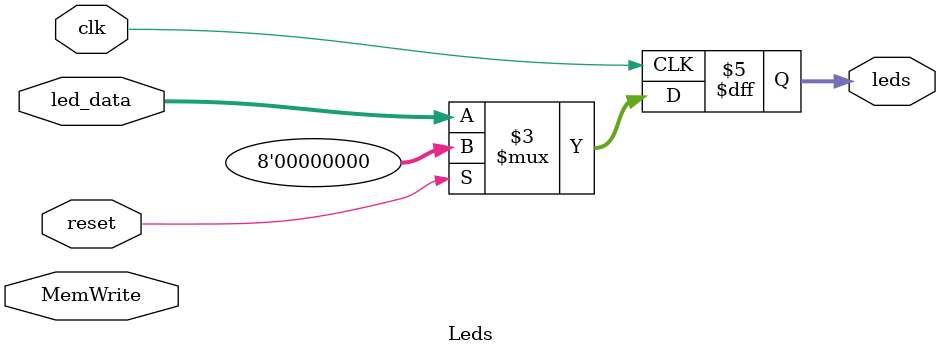
<source format=v>
`timescale 1ns / 1ps

module Leds(
    input reset,
    input clk,
    input MemWrite,
    input [7:0]led_data,
    output reg[7:0] leds
    );

always @(posedge clk)begin
    if(reset)
        leds<=0;
    else begin
        leds<=led_data;
    end
end
endmodule

</source>
